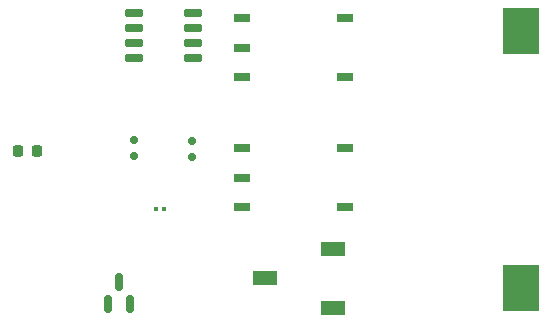
<source format=gbr>
G04 #@! TF.GenerationSoftware,KiCad,Pcbnew,9.0.0*
G04 #@! TF.CreationDate,2025-04-11T10:03:59+08:00*
G04 #@! TF.ProjectId,learn,6c656172-6e2e-46b6-9963-61645f706362,v1.0*
G04 #@! TF.SameCoordinates,Original*
G04 #@! TF.FileFunction,Paste,Top*
G04 #@! TF.FilePolarity,Positive*
%FSLAX46Y46*%
G04 Gerber Fmt 4.6, Leading zero omitted, Abs format (unit mm)*
G04 Created by KiCad (PCBNEW 9.0.0) date 2025-04-11 10:03:59*
%MOMM*%
%LPD*%
G01*
G04 APERTURE LIST*
G04 Aperture macros list*
%AMRoundRect*
0 Rectangle with rounded corners*
0 $1 Rounding radius*
0 $2 $3 $4 $5 $6 $7 $8 $9 X,Y pos of 4 corners*
0 Add a 4 corners polygon primitive as box body*
4,1,4,$2,$3,$4,$5,$6,$7,$8,$9,$2,$3,0*
0 Add four circle primitives for the rounded corners*
1,1,$1+$1,$2,$3*
1,1,$1+$1,$4,$5*
1,1,$1+$1,$6,$7*
1,1,$1+$1,$8,$9*
0 Add four rect primitives between the rounded corners*
20,1,$1+$1,$2,$3,$4,$5,0*
20,1,$1+$1,$4,$5,$6,$7,0*
20,1,$1+$1,$6,$7,$8,$9,0*
20,1,$1+$1,$8,$9,$2,$3,0*%
G04 Aperture macros list end*
%ADD10RoundRect,0.075000X-0.675000X-0.225000X0.675000X-0.225000X0.675000X0.225000X-0.675000X0.225000X0*%
%ADD11R,1.450000X0.700000*%
%ADD12RoundRect,0.218750X-0.218750X-0.256250X0.218750X-0.256250X0.218750X0.256250X-0.218750X0.256250X0*%
%ADD13R,3.170000X3.960000*%
%ADD14RoundRect,0.150000X0.200000X-0.150000X0.200000X0.150000X-0.200000X0.150000X-0.200000X-0.150000X0*%
%ADD15R,2.050000X1.300000*%
%ADD16RoundRect,0.150000X0.150000X-0.587500X0.150000X0.587500X-0.150000X0.587500X-0.150000X-0.587500X0*%
%ADD17RoundRect,0.150000X-0.200000X0.150000X-0.200000X-0.150000X0.200000X-0.150000X0.200000X0.150000X0*%
%ADD18RoundRect,0.079500X-0.079500X-0.100500X0.079500X-0.100500X0.079500X0.100500X-0.079500X0.100500X0*%
G04 APERTURE END LIST*
D10*
G04 #@! TO.C,U1*
X113530000Y-85095000D03*
X113530000Y-86365000D03*
X113530000Y-87635000D03*
X113530000Y-88905000D03*
X118470000Y-88905000D03*
X118470000Y-87635000D03*
X118470000Y-86365000D03*
X118470000Y-85095000D03*
G04 #@! TD*
D11*
G04 #@! TO.C,RV1*
X122650000Y-85500000D03*
X122650000Y-88000000D03*
X122650000Y-90500000D03*
X131350000Y-85500000D03*
X131350000Y-90500000D03*
G04 #@! TD*
D12*
G04 #@! TO.C,D3*
X103712500Y-96750000D03*
X105287500Y-96750000D03*
G04 #@! TD*
D13*
G04 #@! TO.C,BT1*
X146235000Y-108370000D03*
X146235000Y-86610000D03*
G04 #@! TD*
D14*
G04 #@! TO.C,D1*
X118420000Y-95872500D03*
X118420000Y-97272500D03*
G04 #@! TD*
D15*
G04 #@! TO.C,SW1*
X124625000Y-107500000D03*
X130375000Y-105000000D03*
X130375000Y-110000000D03*
G04 #@! TD*
D16*
G04 #@! TO.C,Q1*
X111300000Y-109687500D03*
X113200000Y-109687500D03*
X112250000Y-107812500D03*
G04 #@! TD*
D11*
G04 #@! TO.C,RV2*
X122650000Y-96500000D03*
X122650000Y-99000000D03*
X122650000Y-101500000D03*
X131350000Y-96500000D03*
X131350000Y-101500000D03*
G04 #@! TD*
D17*
G04 #@! TO.C,D2*
X113500000Y-97200000D03*
X113500000Y-95800000D03*
G04 #@! TD*
D18*
G04 #@! TO.C,C1*
X115355000Y-101650000D03*
X116045000Y-101650000D03*
G04 #@! TD*
M02*

</source>
